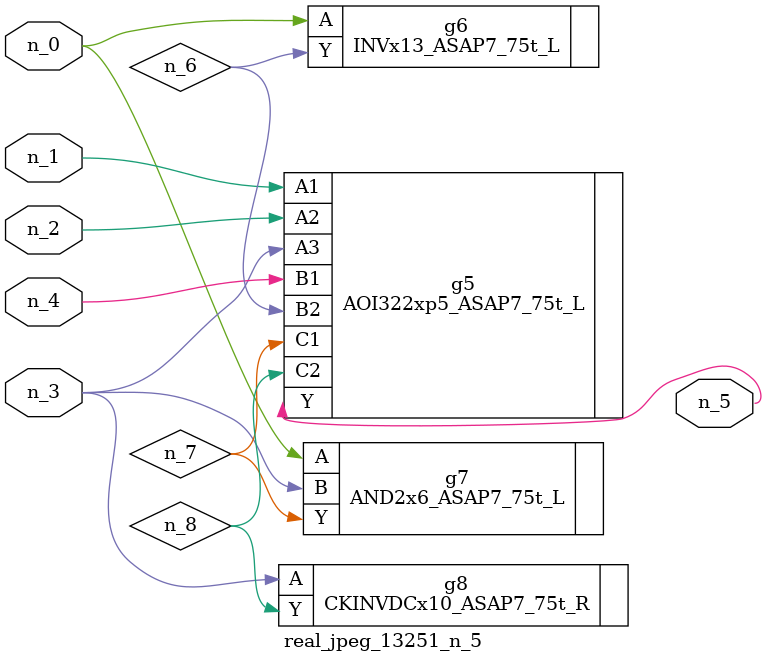
<source format=v>
module real_jpeg_13251_n_5 (n_4, n_0, n_1, n_2, n_3, n_5);

input n_4;
input n_0;
input n_1;
input n_2;
input n_3;

output n_5;

wire n_8;
wire n_6;
wire n_7;

INVx13_ASAP7_75t_L g6 ( 
.A(n_0),
.Y(n_6)
);

AND2x6_ASAP7_75t_L g7 ( 
.A(n_0),
.B(n_3),
.Y(n_7)
);

AOI322xp5_ASAP7_75t_L g5 ( 
.A1(n_1),
.A2(n_2),
.A3(n_3),
.B1(n_4),
.B2(n_6),
.C1(n_7),
.C2(n_8),
.Y(n_5)
);

CKINVDCx10_ASAP7_75t_R g8 ( 
.A(n_3),
.Y(n_8)
);


endmodule
</source>
